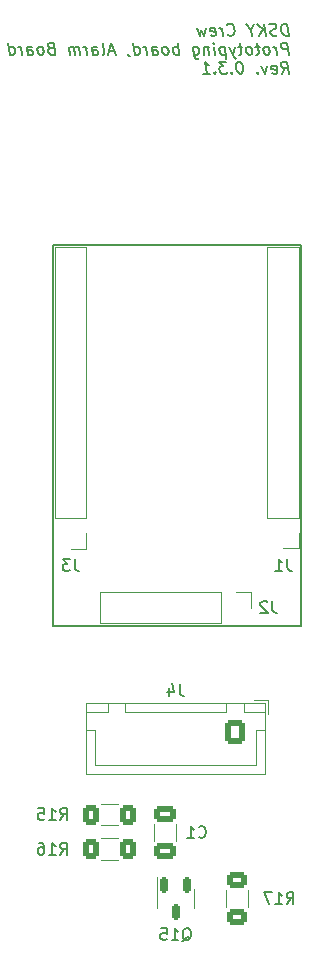
<source format=gbo>
G04 #@! TF.GenerationSoftware,KiCad,Pcbnew,7.0.10*
G04 #@! TF.CreationDate,2024-03-13T19:59:03-04:00*
G04 #@! TF.ProjectId,Alarm_lights,416c6172-6d5f-46c6-9967-6874732e6b69,1.0.1*
G04 #@! TF.SameCoordinates,Original*
G04 #@! TF.FileFunction,Legend,Bot*
G04 #@! TF.FilePolarity,Positive*
%FSLAX46Y46*%
G04 Gerber Fmt 4.6, Leading zero omitted, Abs format (unit mm)*
G04 Created by KiCad (PCBNEW 7.0.10) date 2024-03-13 19:59:03*
%MOMM*%
%LPD*%
G01*
G04 APERTURE LIST*
G04 Aperture macros list*
%AMRoundRect*
0 Rectangle with rounded corners*
0 $1 Rounding radius*
0 $2 $3 $4 $5 $6 $7 $8 $9 X,Y pos of 4 corners*
0 Add a 4 corners polygon primitive as box body*
4,1,4,$2,$3,$4,$5,$6,$7,$8,$9,$2,$3,0*
0 Add four circle primitives for the rounded corners*
1,1,$1+$1,$2,$3*
1,1,$1+$1,$4,$5*
1,1,$1+$1,$6,$7*
1,1,$1+$1,$8,$9*
0 Add four rect primitives between the rounded corners*
20,1,$1+$1,$2,$3,$4,$5,0*
20,1,$1+$1,$4,$5,$6,$7,0*
20,1,$1+$1,$6,$7,$8,$9,0*
20,1,$1+$1,$8,$9,$2,$3,0*%
G04 Aperture macros list end*
%ADD10C,0.150000*%
%ADD11C,0.120000*%
%ADD12RoundRect,0.250000X-0.400000X-0.625000X0.400000X-0.625000X0.400000X0.625000X-0.400000X0.625000X0*%
%ADD13R,1.700000X1.700000*%
%ADD14O,1.700000X1.700000*%
%ADD15RoundRect,0.150000X-0.150000X0.512500X-0.150000X-0.512500X0.150000X-0.512500X0.150000X0.512500X0*%
%ADD16RoundRect,0.250000X0.625000X-0.400000X0.625000X0.400000X-0.625000X0.400000X-0.625000X-0.400000X0*%
%ADD17RoundRect,0.250000X0.650000X-0.412500X0.650000X0.412500X-0.650000X0.412500X-0.650000X-0.412500X0*%
%ADD18RoundRect,0.250000X0.600000X0.725000X-0.600000X0.725000X-0.600000X-0.725000X0.600000X-0.725000X0*%
%ADD19O,1.700000X1.950000*%
%ADD20RoundRect,0.250000X0.400000X0.625000X-0.400000X0.625000X-0.400000X-0.625000X0.400000X-0.625000X0*%
G04 APERTURE END LIST*
D10*
X44718000Y-48827000D02*
X65718000Y-48827000D01*
X65718000Y-81027000D01*
X44718000Y-81027000D01*
X44718000Y-48827000D01*
X64693173Y-31066819D02*
X64568173Y-30066819D01*
X64568173Y-30066819D02*
X64330077Y-30066819D01*
X64330077Y-30066819D02*
X64193173Y-30114438D01*
X64193173Y-30114438D02*
X64109839Y-30209676D01*
X64109839Y-30209676D02*
X64074125Y-30304914D01*
X64074125Y-30304914D02*
X64050316Y-30495390D01*
X64050316Y-30495390D02*
X64068173Y-30638247D01*
X64068173Y-30638247D02*
X64139601Y-30828723D01*
X64139601Y-30828723D02*
X64199125Y-30923961D01*
X64199125Y-30923961D02*
X64306268Y-31019200D01*
X64306268Y-31019200D02*
X64455077Y-31066819D01*
X64455077Y-31066819D02*
X64693173Y-31066819D01*
X63734839Y-31019200D02*
X63597935Y-31066819D01*
X63597935Y-31066819D02*
X63359839Y-31066819D01*
X63359839Y-31066819D02*
X63258649Y-31019200D01*
X63258649Y-31019200D02*
X63205077Y-30971580D01*
X63205077Y-30971580D02*
X63145554Y-30876342D01*
X63145554Y-30876342D02*
X63133649Y-30781104D01*
X63133649Y-30781104D02*
X63169363Y-30685866D01*
X63169363Y-30685866D02*
X63211030Y-30638247D01*
X63211030Y-30638247D02*
X63300316Y-30590628D01*
X63300316Y-30590628D02*
X63484839Y-30543009D01*
X63484839Y-30543009D02*
X63574125Y-30495390D01*
X63574125Y-30495390D02*
X63615792Y-30447771D01*
X63615792Y-30447771D02*
X63651506Y-30352533D01*
X63651506Y-30352533D02*
X63639601Y-30257295D01*
X63639601Y-30257295D02*
X63580077Y-30162057D01*
X63580077Y-30162057D02*
X63526506Y-30114438D01*
X63526506Y-30114438D02*
X63425316Y-30066819D01*
X63425316Y-30066819D02*
X63187220Y-30066819D01*
X63187220Y-30066819D02*
X63050316Y-30114438D01*
X62740792Y-31066819D02*
X62615792Y-30066819D01*
X62169363Y-31066819D02*
X62526506Y-30495390D01*
X62044363Y-30066819D02*
X62687220Y-30638247D01*
X61490792Y-30590628D02*
X61550315Y-31066819D01*
X61758649Y-30066819D02*
X61490792Y-30590628D01*
X61490792Y-30590628D02*
X61091982Y-30066819D01*
X59538410Y-30971580D02*
X59591982Y-31019200D01*
X59591982Y-31019200D02*
X59740791Y-31066819D01*
X59740791Y-31066819D02*
X59836029Y-31066819D01*
X59836029Y-31066819D02*
X59972934Y-31019200D01*
X59972934Y-31019200D02*
X60056267Y-30923961D01*
X60056267Y-30923961D02*
X60091982Y-30828723D01*
X60091982Y-30828723D02*
X60115791Y-30638247D01*
X60115791Y-30638247D02*
X60097934Y-30495390D01*
X60097934Y-30495390D02*
X60026506Y-30304914D01*
X60026506Y-30304914D02*
X59966982Y-30209676D01*
X59966982Y-30209676D02*
X59859839Y-30114438D01*
X59859839Y-30114438D02*
X59711029Y-30066819D01*
X59711029Y-30066819D02*
X59615791Y-30066819D01*
X59615791Y-30066819D02*
X59478887Y-30114438D01*
X59478887Y-30114438D02*
X59437220Y-30162057D01*
X59121744Y-31066819D02*
X59038410Y-30400152D01*
X59062220Y-30590628D02*
X59002696Y-30495390D01*
X59002696Y-30495390D02*
X58949125Y-30447771D01*
X58949125Y-30447771D02*
X58847934Y-30400152D01*
X58847934Y-30400152D02*
X58752696Y-30400152D01*
X58115791Y-31019200D02*
X58216981Y-31066819D01*
X58216981Y-31066819D02*
X58407458Y-31066819D01*
X58407458Y-31066819D02*
X58496743Y-31019200D01*
X58496743Y-31019200D02*
X58532458Y-30923961D01*
X58532458Y-30923961D02*
X58484839Y-30543009D01*
X58484839Y-30543009D02*
X58425315Y-30447771D01*
X58425315Y-30447771D02*
X58324124Y-30400152D01*
X58324124Y-30400152D02*
X58133648Y-30400152D01*
X58133648Y-30400152D02*
X58044362Y-30447771D01*
X58044362Y-30447771D02*
X58008648Y-30543009D01*
X58008648Y-30543009D02*
X58020553Y-30638247D01*
X58020553Y-30638247D02*
X58508648Y-30733485D01*
X57657457Y-30400152D02*
X57550315Y-31066819D01*
X57550315Y-31066819D02*
X57300315Y-30590628D01*
X57300315Y-30590628D02*
X57169362Y-31066819D01*
X57169362Y-31066819D02*
X56895553Y-30400152D01*
X64693173Y-32676819D02*
X64568173Y-31676819D01*
X64568173Y-31676819D02*
X64187220Y-31676819D01*
X64187220Y-31676819D02*
X64097935Y-31724438D01*
X64097935Y-31724438D02*
X64056268Y-31772057D01*
X64056268Y-31772057D02*
X64020554Y-31867295D01*
X64020554Y-31867295D02*
X64038411Y-32010152D01*
X64038411Y-32010152D02*
X64097935Y-32105390D01*
X64097935Y-32105390D02*
X64151506Y-32153009D01*
X64151506Y-32153009D02*
X64252696Y-32200628D01*
X64252696Y-32200628D02*
X64633649Y-32200628D01*
X63693173Y-32676819D02*
X63609839Y-32010152D01*
X63633649Y-32200628D02*
X63574125Y-32105390D01*
X63574125Y-32105390D02*
X63520554Y-32057771D01*
X63520554Y-32057771D02*
X63419363Y-32010152D01*
X63419363Y-32010152D02*
X63324125Y-32010152D01*
X62931268Y-32676819D02*
X63020553Y-32629200D01*
X63020553Y-32629200D02*
X63062220Y-32581580D01*
X63062220Y-32581580D02*
X63097934Y-32486342D01*
X63097934Y-32486342D02*
X63062220Y-32200628D01*
X63062220Y-32200628D02*
X63002696Y-32105390D01*
X63002696Y-32105390D02*
X62949125Y-32057771D01*
X62949125Y-32057771D02*
X62847934Y-32010152D01*
X62847934Y-32010152D02*
X62705077Y-32010152D01*
X62705077Y-32010152D02*
X62615791Y-32057771D01*
X62615791Y-32057771D02*
X62574125Y-32105390D01*
X62574125Y-32105390D02*
X62538410Y-32200628D01*
X62538410Y-32200628D02*
X62574125Y-32486342D01*
X62574125Y-32486342D02*
X62633648Y-32581580D01*
X62633648Y-32581580D02*
X62687220Y-32629200D01*
X62687220Y-32629200D02*
X62788410Y-32676819D01*
X62788410Y-32676819D02*
X62931268Y-32676819D01*
X62228886Y-32010152D02*
X61847934Y-32010152D01*
X62044363Y-31676819D02*
X62151506Y-32533961D01*
X62151506Y-32533961D02*
X62115791Y-32629200D01*
X62115791Y-32629200D02*
X62026506Y-32676819D01*
X62026506Y-32676819D02*
X61931267Y-32676819D01*
X61455077Y-32676819D02*
X61544362Y-32629200D01*
X61544362Y-32629200D02*
X61586029Y-32581580D01*
X61586029Y-32581580D02*
X61621743Y-32486342D01*
X61621743Y-32486342D02*
X61586029Y-32200628D01*
X61586029Y-32200628D02*
X61526505Y-32105390D01*
X61526505Y-32105390D02*
X61472934Y-32057771D01*
X61472934Y-32057771D02*
X61371743Y-32010152D01*
X61371743Y-32010152D02*
X61228886Y-32010152D01*
X61228886Y-32010152D02*
X61139600Y-32057771D01*
X61139600Y-32057771D02*
X61097934Y-32105390D01*
X61097934Y-32105390D02*
X61062219Y-32200628D01*
X61062219Y-32200628D02*
X61097934Y-32486342D01*
X61097934Y-32486342D02*
X61157457Y-32581580D01*
X61157457Y-32581580D02*
X61211029Y-32629200D01*
X61211029Y-32629200D02*
X61312219Y-32676819D01*
X61312219Y-32676819D02*
X61455077Y-32676819D01*
X60752695Y-32010152D02*
X60371743Y-32010152D01*
X60568172Y-31676819D02*
X60675315Y-32533961D01*
X60675315Y-32533961D02*
X60639600Y-32629200D01*
X60639600Y-32629200D02*
X60550315Y-32676819D01*
X60550315Y-32676819D02*
X60455076Y-32676819D01*
X60133647Y-32010152D02*
X59978886Y-32676819D01*
X59657457Y-32010152D02*
X59978886Y-32676819D01*
X59978886Y-32676819D02*
X60103886Y-32914914D01*
X60103886Y-32914914D02*
X60157457Y-32962533D01*
X60157457Y-32962533D02*
X60258647Y-33010152D01*
X59276504Y-32010152D02*
X59401504Y-33010152D01*
X59282457Y-32057771D02*
X59181266Y-32010152D01*
X59181266Y-32010152D02*
X58990790Y-32010152D01*
X58990790Y-32010152D02*
X58901504Y-32057771D01*
X58901504Y-32057771D02*
X58859838Y-32105390D01*
X58859838Y-32105390D02*
X58824123Y-32200628D01*
X58824123Y-32200628D02*
X58859838Y-32486342D01*
X58859838Y-32486342D02*
X58919361Y-32581580D01*
X58919361Y-32581580D02*
X58972933Y-32629200D01*
X58972933Y-32629200D02*
X59074123Y-32676819D01*
X59074123Y-32676819D02*
X59264600Y-32676819D01*
X59264600Y-32676819D02*
X59353885Y-32629200D01*
X58455076Y-32676819D02*
X58371742Y-32010152D01*
X58330076Y-31676819D02*
X58383647Y-31724438D01*
X58383647Y-31724438D02*
X58341980Y-31772057D01*
X58341980Y-31772057D02*
X58288409Y-31724438D01*
X58288409Y-31724438D02*
X58330076Y-31676819D01*
X58330076Y-31676819D02*
X58341980Y-31772057D01*
X57895552Y-32010152D02*
X57978886Y-32676819D01*
X57907457Y-32105390D02*
X57853886Y-32057771D01*
X57853886Y-32057771D02*
X57752695Y-32010152D01*
X57752695Y-32010152D02*
X57609838Y-32010152D01*
X57609838Y-32010152D02*
X57520552Y-32057771D01*
X57520552Y-32057771D02*
X57484838Y-32153009D01*
X57484838Y-32153009D02*
X57550314Y-32676819D01*
X56562219Y-32010152D02*
X56663409Y-32819676D01*
X56663409Y-32819676D02*
X56722933Y-32914914D01*
X56722933Y-32914914D02*
X56776505Y-32962533D01*
X56776505Y-32962533D02*
X56877695Y-33010152D01*
X56877695Y-33010152D02*
X57020552Y-33010152D01*
X57020552Y-33010152D02*
X57109838Y-32962533D01*
X56639600Y-32629200D02*
X56740790Y-32676819D01*
X56740790Y-32676819D02*
X56931267Y-32676819D01*
X56931267Y-32676819D02*
X57020552Y-32629200D01*
X57020552Y-32629200D02*
X57062219Y-32581580D01*
X57062219Y-32581580D02*
X57097933Y-32486342D01*
X57097933Y-32486342D02*
X57062219Y-32200628D01*
X57062219Y-32200628D02*
X57002695Y-32105390D01*
X57002695Y-32105390D02*
X56949124Y-32057771D01*
X56949124Y-32057771D02*
X56847933Y-32010152D01*
X56847933Y-32010152D02*
X56657457Y-32010152D01*
X56657457Y-32010152D02*
X56568171Y-32057771D01*
X55407457Y-32676819D02*
X55282457Y-31676819D01*
X55330076Y-32057771D02*
X55228885Y-32010152D01*
X55228885Y-32010152D02*
X55038409Y-32010152D01*
X55038409Y-32010152D02*
X54949123Y-32057771D01*
X54949123Y-32057771D02*
X54907457Y-32105390D01*
X54907457Y-32105390D02*
X54871742Y-32200628D01*
X54871742Y-32200628D02*
X54907457Y-32486342D01*
X54907457Y-32486342D02*
X54966980Y-32581580D01*
X54966980Y-32581580D02*
X55020552Y-32629200D01*
X55020552Y-32629200D02*
X55121742Y-32676819D01*
X55121742Y-32676819D02*
X55312219Y-32676819D01*
X55312219Y-32676819D02*
X55401504Y-32629200D01*
X54359838Y-32676819D02*
X54449123Y-32629200D01*
X54449123Y-32629200D02*
X54490790Y-32581580D01*
X54490790Y-32581580D02*
X54526504Y-32486342D01*
X54526504Y-32486342D02*
X54490790Y-32200628D01*
X54490790Y-32200628D02*
X54431266Y-32105390D01*
X54431266Y-32105390D02*
X54377695Y-32057771D01*
X54377695Y-32057771D02*
X54276504Y-32010152D01*
X54276504Y-32010152D02*
X54133647Y-32010152D01*
X54133647Y-32010152D02*
X54044361Y-32057771D01*
X54044361Y-32057771D02*
X54002695Y-32105390D01*
X54002695Y-32105390D02*
X53966980Y-32200628D01*
X53966980Y-32200628D02*
X54002695Y-32486342D01*
X54002695Y-32486342D02*
X54062218Y-32581580D01*
X54062218Y-32581580D02*
X54115790Y-32629200D01*
X54115790Y-32629200D02*
X54216980Y-32676819D01*
X54216980Y-32676819D02*
X54359838Y-32676819D01*
X53169361Y-32676819D02*
X53103885Y-32153009D01*
X53103885Y-32153009D02*
X53139599Y-32057771D01*
X53139599Y-32057771D02*
X53228885Y-32010152D01*
X53228885Y-32010152D02*
X53419361Y-32010152D01*
X53419361Y-32010152D02*
X53520552Y-32057771D01*
X53163409Y-32629200D02*
X53264599Y-32676819D01*
X53264599Y-32676819D02*
X53502695Y-32676819D01*
X53502695Y-32676819D02*
X53591980Y-32629200D01*
X53591980Y-32629200D02*
X53627695Y-32533961D01*
X53627695Y-32533961D02*
X53615790Y-32438723D01*
X53615790Y-32438723D02*
X53556266Y-32343485D01*
X53556266Y-32343485D02*
X53455076Y-32295866D01*
X53455076Y-32295866D02*
X53216980Y-32295866D01*
X53216980Y-32295866D02*
X53115790Y-32248247D01*
X52693171Y-32676819D02*
X52609837Y-32010152D01*
X52633647Y-32200628D02*
X52574123Y-32105390D01*
X52574123Y-32105390D02*
X52520552Y-32057771D01*
X52520552Y-32057771D02*
X52419361Y-32010152D01*
X52419361Y-32010152D02*
X52324123Y-32010152D01*
X51645551Y-32676819D02*
X51520551Y-31676819D01*
X51639599Y-32629200D02*
X51740789Y-32676819D01*
X51740789Y-32676819D02*
X51931266Y-32676819D01*
X51931266Y-32676819D02*
X52020551Y-32629200D01*
X52020551Y-32629200D02*
X52062218Y-32581580D01*
X52062218Y-32581580D02*
X52097932Y-32486342D01*
X52097932Y-32486342D02*
X52062218Y-32200628D01*
X52062218Y-32200628D02*
X52002694Y-32105390D01*
X52002694Y-32105390D02*
X51949123Y-32057771D01*
X51949123Y-32057771D02*
X51847932Y-32010152D01*
X51847932Y-32010152D02*
X51657456Y-32010152D01*
X51657456Y-32010152D02*
X51568170Y-32057771D01*
X51115789Y-32629200D02*
X51121742Y-32676819D01*
X51121742Y-32676819D02*
X51181265Y-32772057D01*
X51181265Y-32772057D02*
X51234837Y-32819676D01*
X49943170Y-32391104D02*
X49466980Y-32391104D01*
X50074123Y-32676819D02*
X49615789Y-31676819D01*
X49615789Y-31676819D02*
X49407456Y-32676819D01*
X48931266Y-32676819D02*
X49020551Y-32629200D01*
X49020551Y-32629200D02*
X49056266Y-32533961D01*
X49056266Y-32533961D02*
X48949123Y-31676819D01*
X48121741Y-32676819D02*
X48056265Y-32153009D01*
X48056265Y-32153009D02*
X48091979Y-32057771D01*
X48091979Y-32057771D02*
X48181265Y-32010152D01*
X48181265Y-32010152D02*
X48371741Y-32010152D01*
X48371741Y-32010152D02*
X48472932Y-32057771D01*
X48115789Y-32629200D02*
X48216979Y-32676819D01*
X48216979Y-32676819D02*
X48455075Y-32676819D01*
X48455075Y-32676819D02*
X48544360Y-32629200D01*
X48544360Y-32629200D02*
X48580075Y-32533961D01*
X48580075Y-32533961D02*
X48568170Y-32438723D01*
X48568170Y-32438723D02*
X48508646Y-32343485D01*
X48508646Y-32343485D02*
X48407456Y-32295866D01*
X48407456Y-32295866D02*
X48169360Y-32295866D01*
X48169360Y-32295866D02*
X48068170Y-32248247D01*
X47645551Y-32676819D02*
X47562217Y-32010152D01*
X47586027Y-32200628D02*
X47526503Y-32105390D01*
X47526503Y-32105390D02*
X47472932Y-32057771D01*
X47472932Y-32057771D02*
X47371741Y-32010152D01*
X47371741Y-32010152D02*
X47276503Y-32010152D01*
X47026503Y-32676819D02*
X46943169Y-32010152D01*
X46955074Y-32105390D02*
X46901503Y-32057771D01*
X46901503Y-32057771D02*
X46800312Y-32010152D01*
X46800312Y-32010152D02*
X46657455Y-32010152D01*
X46657455Y-32010152D02*
X46568169Y-32057771D01*
X46568169Y-32057771D02*
X46532455Y-32153009D01*
X46532455Y-32153009D02*
X46597931Y-32676819D01*
X46532455Y-32153009D02*
X46472931Y-32057771D01*
X46472931Y-32057771D02*
X46371741Y-32010152D01*
X46371741Y-32010152D02*
X46228884Y-32010152D01*
X46228884Y-32010152D02*
X46139598Y-32057771D01*
X46139598Y-32057771D02*
X46103884Y-32153009D01*
X46103884Y-32153009D02*
X46169360Y-32676819D01*
X44532455Y-32153009D02*
X44395550Y-32200628D01*
X44395550Y-32200628D02*
X44353884Y-32248247D01*
X44353884Y-32248247D02*
X44318169Y-32343485D01*
X44318169Y-32343485D02*
X44336027Y-32486342D01*
X44336027Y-32486342D02*
X44395550Y-32581580D01*
X44395550Y-32581580D02*
X44449122Y-32629200D01*
X44449122Y-32629200D02*
X44550312Y-32676819D01*
X44550312Y-32676819D02*
X44931265Y-32676819D01*
X44931265Y-32676819D02*
X44806265Y-31676819D01*
X44806265Y-31676819D02*
X44472931Y-31676819D01*
X44472931Y-31676819D02*
X44383646Y-31724438D01*
X44383646Y-31724438D02*
X44341979Y-31772057D01*
X44341979Y-31772057D02*
X44306265Y-31867295D01*
X44306265Y-31867295D02*
X44318169Y-31962533D01*
X44318169Y-31962533D02*
X44377693Y-32057771D01*
X44377693Y-32057771D02*
X44431265Y-32105390D01*
X44431265Y-32105390D02*
X44532455Y-32153009D01*
X44532455Y-32153009D02*
X44865788Y-32153009D01*
X43788408Y-32676819D02*
X43877693Y-32629200D01*
X43877693Y-32629200D02*
X43919360Y-32581580D01*
X43919360Y-32581580D02*
X43955074Y-32486342D01*
X43955074Y-32486342D02*
X43919360Y-32200628D01*
X43919360Y-32200628D02*
X43859836Y-32105390D01*
X43859836Y-32105390D02*
X43806265Y-32057771D01*
X43806265Y-32057771D02*
X43705074Y-32010152D01*
X43705074Y-32010152D02*
X43562217Y-32010152D01*
X43562217Y-32010152D02*
X43472931Y-32057771D01*
X43472931Y-32057771D02*
X43431265Y-32105390D01*
X43431265Y-32105390D02*
X43395550Y-32200628D01*
X43395550Y-32200628D02*
X43431265Y-32486342D01*
X43431265Y-32486342D02*
X43490788Y-32581580D01*
X43490788Y-32581580D02*
X43544360Y-32629200D01*
X43544360Y-32629200D02*
X43645550Y-32676819D01*
X43645550Y-32676819D02*
X43788408Y-32676819D01*
X42597931Y-32676819D02*
X42532455Y-32153009D01*
X42532455Y-32153009D02*
X42568169Y-32057771D01*
X42568169Y-32057771D02*
X42657455Y-32010152D01*
X42657455Y-32010152D02*
X42847931Y-32010152D01*
X42847931Y-32010152D02*
X42949122Y-32057771D01*
X42591979Y-32629200D02*
X42693169Y-32676819D01*
X42693169Y-32676819D02*
X42931265Y-32676819D01*
X42931265Y-32676819D02*
X43020550Y-32629200D01*
X43020550Y-32629200D02*
X43056265Y-32533961D01*
X43056265Y-32533961D02*
X43044360Y-32438723D01*
X43044360Y-32438723D02*
X42984836Y-32343485D01*
X42984836Y-32343485D02*
X42883646Y-32295866D01*
X42883646Y-32295866D02*
X42645550Y-32295866D01*
X42645550Y-32295866D02*
X42544360Y-32248247D01*
X42121741Y-32676819D02*
X42038407Y-32010152D01*
X42062217Y-32200628D02*
X42002693Y-32105390D01*
X42002693Y-32105390D02*
X41949122Y-32057771D01*
X41949122Y-32057771D02*
X41847931Y-32010152D01*
X41847931Y-32010152D02*
X41752693Y-32010152D01*
X41074121Y-32676819D02*
X40949121Y-31676819D01*
X41068169Y-32629200D02*
X41169359Y-32676819D01*
X41169359Y-32676819D02*
X41359836Y-32676819D01*
X41359836Y-32676819D02*
X41449121Y-32629200D01*
X41449121Y-32629200D02*
X41490788Y-32581580D01*
X41490788Y-32581580D02*
X41526502Y-32486342D01*
X41526502Y-32486342D02*
X41490788Y-32200628D01*
X41490788Y-32200628D02*
X41431264Y-32105390D01*
X41431264Y-32105390D02*
X41377693Y-32057771D01*
X41377693Y-32057771D02*
X41276502Y-32010152D01*
X41276502Y-32010152D02*
X41086026Y-32010152D01*
X41086026Y-32010152D02*
X40996740Y-32057771D01*
X64121744Y-34286819D02*
X64395554Y-33810628D01*
X64693173Y-34286819D02*
X64568173Y-33286819D01*
X64568173Y-33286819D02*
X64187220Y-33286819D01*
X64187220Y-33286819D02*
X64097935Y-33334438D01*
X64097935Y-33334438D02*
X64056268Y-33382057D01*
X64056268Y-33382057D02*
X64020554Y-33477295D01*
X64020554Y-33477295D02*
X64038411Y-33620152D01*
X64038411Y-33620152D02*
X64097935Y-33715390D01*
X64097935Y-33715390D02*
X64151506Y-33763009D01*
X64151506Y-33763009D02*
X64252696Y-33810628D01*
X64252696Y-33810628D02*
X64633649Y-33810628D01*
X63306268Y-34239200D02*
X63407458Y-34286819D01*
X63407458Y-34286819D02*
X63597935Y-34286819D01*
X63597935Y-34286819D02*
X63687220Y-34239200D01*
X63687220Y-34239200D02*
X63722935Y-34143961D01*
X63722935Y-34143961D02*
X63675316Y-33763009D01*
X63675316Y-33763009D02*
X63615792Y-33667771D01*
X63615792Y-33667771D02*
X63514601Y-33620152D01*
X63514601Y-33620152D02*
X63324125Y-33620152D01*
X63324125Y-33620152D02*
X63234839Y-33667771D01*
X63234839Y-33667771D02*
X63199125Y-33763009D01*
X63199125Y-33763009D02*
X63211030Y-33858247D01*
X63211030Y-33858247D02*
X63699125Y-33953485D01*
X62847934Y-33620152D02*
X62693173Y-34286819D01*
X62693173Y-34286819D02*
X62371744Y-33620152D01*
X62062220Y-34191580D02*
X62020553Y-34239200D01*
X62020553Y-34239200D02*
X62074125Y-34286819D01*
X62074125Y-34286819D02*
X62115791Y-34239200D01*
X62115791Y-34239200D02*
X62062220Y-34191580D01*
X62062220Y-34191580D02*
X62074125Y-34286819D01*
X60520553Y-33286819D02*
X60425315Y-33286819D01*
X60425315Y-33286819D02*
X60336030Y-33334438D01*
X60336030Y-33334438D02*
X60294363Y-33382057D01*
X60294363Y-33382057D02*
X60258649Y-33477295D01*
X60258649Y-33477295D02*
X60234839Y-33667771D01*
X60234839Y-33667771D02*
X60264601Y-33905866D01*
X60264601Y-33905866D02*
X60336030Y-34096342D01*
X60336030Y-34096342D02*
X60395553Y-34191580D01*
X60395553Y-34191580D02*
X60449125Y-34239200D01*
X60449125Y-34239200D02*
X60550315Y-34286819D01*
X60550315Y-34286819D02*
X60645553Y-34286819D01*
X60645553Y-34286819D02*
X60734839Y-34239200D01*
X60734839Y-34239200D02*
X60776506Y-34191580D01*
X60776506Y-34191580D02*
X60812220Y-34096342D01*
X60812220Y-34096342D02*
X60836030Y-33905866D01*
X60836030Y-33905866D02*
X60806268Y-33667771D01*
X60806268Y-33667771D02*
X60734839Y-33477295D01*
X60734839Y-33477295D02*
X60675315Y-33382057D01*
X60675315Y-33382057D02*
X60621744Y-33334438D01*
X60621744Y-33334438D02*
X60520553Y-33286819D01*
X59871744Y-34191580D02*
X59830077Y-34239200D01*
X59830077Y-34239200D02*
X59883649Y-34286819D01*
X59883649Y-34286819D02*
X59925315Y-34239200D01*
X59925315Y-34239200D02*
X59871744Y-34191580D01*
X59871744Y-34191580D02*
X59883649Y-34286819D01*
X59377697Y-33286819D02*
X58758649Y-33286819D01*
X58758649Y-33286819D02*
X59139602Y-33667771D01*
X59139602Y-33667771D02*
X58996744Y-33667771D01*
X58996744Y-33667771D02*
X58907459Y-33715390D01*
X58907459Y-33715390D02*
X58865792Y-33763009D01*
X58865792Y-33763009D02*
X58830078Y-33858247D01*
X58830078Y-33858247D02*
X58859840Y-34096342D01*
X58859840Y-34096342D02*
X58919363Y-34191580D01*
X58919363Y-34191580D02*
X58972935Y-34239200D01*
X58972935Y-34239200D02*
X59074125Y-34286819D01*
X59074125Y-34286819D02*
X59359840Y-34286819D01*
X59359840Y-34286819D02*
X59449125Y-34239200D01*
X59449125Y-34239200D02*
X59490792Y-34191580D01*
X58443173Y-34191580D02*
X58401506Y-34239200D01*
X58401506Y-34239200D02*
X58455078Y-34286819D01*
X58455078Y-34286819D02*
X58496744Y-34239200D01*
X58496744Y-34239200D02*
X58443173Y-34191580D01*
X58443173Y-34191580D02*
X58455078Y-34286819D01*
X57455078Y-34286819D02*
X58026507Y-34286819D01*
X57740792Y-34286819D02*
X57615792Y-33286819D01*
X57615792Y-33286819D02*
X57728888Y-33429676D01*
X57728888Y-33429676D02*
X57836031Y-33524914D01*
X57836031Y-33524914D02*
X57937221Y-33572533D01*
X45346857Y-100403819D02*
X45680190Y-99927628D01*
X45918285Y-100403819D02*
X45918285Y-99403819D01*
X45918285Y-99403819D02*
X45537333Y-99403819D01*
X45537333Y-99403819D02*
X45442095Y-99451438D01*
X45442095Y-99451438D02*
X45394476Y-99499057D01*
X45394476Y-99499057D02*
X45346857Y-99594295D01*
X45346857Y-99594295D02*
X45346857Y-99737152D01*
X45346857Y-99737152D02*
X45394476Y-99832390D01*
X45394476Y-99832390D02*
X45442095Y-99880009D01*
X45442095Y-99880009D02*
X45537333Y-99927628D01*
X45537333Y-99927628D02*
X45918285Y-99927628D01*
X44394476Y-100403819D02*
X44965904Y-100403819D01*
X44680190Y-100403819D02*
X44680190Y-99403819D01*
X44680190Y-99403819D02*
X44775428Y-99546676D01*
X44775428Y-99546676D02*
X44870666Y-99641914D01*
X44870666Y-99641914D02*
X44965904Y-99689533D01*
X43537333Y-99403819D02*
X43727809Y-99403819D01*
X43727809Y-99403819D02*
X43823047Y-99451438D01*
X43823047Y-99451438D02*
X43870666Y-99499057D01*
X43870666Y-99499057D02*
X43965904Y-99641914D01*
X43965904Y-99641914D02*
X44013523Y-99832390D01*
X44013523Y-99832390D02*
X44013523Y-100213342D01*
X44013523Y-100213342D02*
X43965904Y-100308580D01*
X43965904Y-100308580D02*
X43918285Y-100356200D01*
X43918285Y-100356200D02*
X43823047Y-100403819D01*
X43823047Y-100403819D02*
X43632571Y-100403819D01*
X43632571Y-100403819D02*
X43537333Y-100356200D01*
X43537333Y-100356200D02*
X43489714Y-100308580D01*
X43489714Y-100308580D02*
X43442095Y-100213342D01*
X43442095Y-100213342D02*
X43442095Y-99975247D01*
X43442095Y-99975247D02*
X43489714Y-99880009D01*
X43489714Y-99880009D02*
X43537333Y-99832390D01*
X43537333Y-99832390D02*
X43632571Y-99784771D01*
X43632571Y-99784771D02*
X43823047Y-99784771D01*
X43823047Y-99784771D02*
X43918285Y-99832390D01*
X43918285Y-99832390D02*
X43965904Y-99880009D01*
X43965904Y-99880009D02*
X44013523Y-99975247D01*
X63301333Y-78956819D02*
X63301333Y-79671104D01*
X63301333Y-79671104D02*
X63348952Y-79813961D01*
X63348952Y-79813961D02*
X63444190Y-79909200D01*
X63444190Y-79909200D02*
X63587047Y-79956819D01*
X63587047Y-79956819D02*
X63682285Y-79956819D01*
X62872761Y-79052057D02*
X62825142Y-79004438D01*
X62825142Y-79004438D02*
X62729904Y-78956819D01*
X62729904Y-78956819D02*
X62491809Y-78956819D01*
X62491809Y-78956819D02*
X62396571Y-79004438D01*
X62396571Y-79004438D02*
X62348952Y-79052057D01*
X62348952Y-79052057D02*
X62301333Y-79147295D01*
X62301333Y-79147295D02*
X62301333Y-79242533D01*
X62301333Y-79242533D02*
X62348952Y-79385390D01*
X62348952Y-79385390D02*
X62920380Y-79956819D01*
X62920380Y-79956819D02*
X62301333Y-79956819D01*
X55689428Y-107738057D02*
X55784666Y-107690438D01*
X55784666Y-107690438D02*
X55879904Y-107595200D01*
X55879904Y-107595200D02*
X56022761Y-107452342D01*
X56022761Y-107452342D02*
X56117999Y-107404723D01*
X56117999Y-107404723D02*
X56213237Y-107404723D01*
X56165618Y-107642819D02*
X56260856Y-107595200D01*
X56260856Y-107595200D02*
X56356094Y-107499961D01*
X56356094Y-107499961D02*
X56403713Y-107309485D01*
X56403713Y-107309485D02*
X56403713Y-106976152D01*
X56403713Y-106976152D02*
X56356094Y-106785676D01*
X56356094Y-106785676D02*
X56260856Y-106690438D01*
X56260856Y-106690438D02*
X56165618Y-106642819D01*
X56165618Y-106642819D02*
X55975142Y-106642819D01*
X55975142Y-106642819D02*
X55879904Y-106690438D01*
X55879904Y-106690438D02*
X55784666Y-106785676D01*
X55784666Y-106785676D02*
X55737047Y-106976152D01*
X55737047Y-106976152D02*
X55737047Y-107309485D01*
X55737047Y-107309485D02*
X55784666Y-107499961D01*
X55784666Y-107499961D02*
X55879904Y-107595200D01*
X55879904Y-107595200D02*
X55975142Y-107642819D01*
X55975142Y-107642819D02*
X56165618Y-107642819D01*
X54784666Y-107642819D02*
X55356094Y-107642819D01*
X55070380Y-107642819D02*
X55070380Y-106642819D01*
X55070380Y-106642819D02*
X55165618Y-106785676D01*
X55165618Y-106785676D02*
X55260856Y-106880914D01*
X55260856Y-106880914D02*
X55356094Y-106928533D01*
X53879904Y-106642819D02*
X54356094Y-106642819D01*
X54356094Y-106642819D02*
X54403713Y-107119009D01*
X54403713Y-107119009D02*
X54356094Y-107071390D01*
X54356094Y-107071390D02*
X54260856Y-107023771D01*
X54260856Y-107023771D02*
X54022761Y-107023771D01*
X54022761Y-107023771D02*
X53927523Y-107071390D01*
X53927523Y-107071390D02*
X53879904Y-107119009D01*
X53879904Y-107119009D02*
X53832285Y-107214247D01*
X53832285Y-107214247D02*
X53832285Y-107452342D01*
X53832285Y-107452342D02*
X53879904Y-107547580D01*
X53879904Y-107547580D02*
X53927523Y-107595200D01*
X53927523Y-107595200D02*
X54022761Y-107642819D01*
X54022761Y-107642819D02*
X54260856Y-107642819D01*
X54260856Y-107642819D02*
X54356094Y-107595200D01*
X54356094Y-107595200D02*
X54403713Y-107547580D01*
X64523857Y-104594819D02*
X64857190Y-104118628D01*
X65095285Y-104594819D02*
X65095285Y-103594819D01*
X65095285Y-103594819D02*
X64714333Y-103594819D01*
X64714333Y-103594819D02*
X64619095Y-103642438D01*
X64619095Y-103642438D02*
X64571476Y-103690057D01*
X64571476Y-103690057D02*
X64523857Y-103785295D01*
X64523857Y-103785295D02*
X64523857Y-103928152D01*
X64523857Y-103928152D02*
X64571476Y-104023390D01*
X64571476Y-104023390D02*
X64619095Y-104071009D01*
X64619095Y-104071009D02*
X64714333Y-104118628D01*
X64714333Y-104118628D02*
X65095285Y-104118628D01*
X63571476Y-104594819D02*
X64142904Y-104594819D01*
X63857190Y-104594819D02*
X63857190Y-103594819D01*
X63857190Y-103594819D02*
X63952428Y-103737676D01*
X63952428Y-103737676D02*
X64047666Y-103832914D01*
X64047666Y-103832914D02*
X64142904Y-103880533D01*
X63238142Y-103594819D02*
X62571476Y-103594819D01*
X62571476Y-103594819D02*
X63000047Y-104594819D01*
X46571333Y-75401819D02*
X46571333Y-76116104D01*
X46571333Y-76116104D02*
X46618952Y-76258961D01*
X46618952Y-76258961D02*
X46714190Y-76354200D01*
X46714190Y-76354200D02*
X46857047Y-76401819D01*
X46857047Y-76401819D02*
X46952285Y-76401819D01*
X46190380Y-75401819D02*
X45571333Y-75401819D01*
X45571333Y-75401819D02*
X45904666Y-75782771D01*
X45904666Y-75782771D02*
X45761809Y-75782771D01*
X45761809Y-75782771D02*
X45666571Y-75830390D01*
X45666571Y-75830390D02*
X45618952Y-75878009D01*
X45618952Y-75878009D02*
X45571333Y-75973247D01*
X45571333Y-75973247D02*
X45571333Y-76211342D01*
X45571333Y-76211342D02*
X45618952Y-76306580D01*
X45618952Y-76306580D02*
X45666571Y-76354200D01*
X45666571Y-76354200D02*
X45761809Y-76401819D01*
X45761809Y-76401819D02*
X46047523Y-76401819D01*
X46047523Y-76401819D02*
X46142761Y-76354200D01*
X46142761Y-76354200D02*
X46190380Y-76306580D01*
X57062666Y-98911580D02*
X57110285Y-98959200D01*
X57110285Y-98959200D02*
X57253142Y-99006819D01*
X57253142Y-99006819D02*
X57348380Y-99006819D01*
X57348380Y-99006819D02*
X57491237Y-98959200D01*
X57491237Y-98959200D02*
X57586475Y-98863961D01*
X57586475Y-98863961D02*
X57634094Y-98768723D01*
X57634094Y-98768723D02*
X57681713Y-98578247D01*
X57681713Y-98578247D02*
X57681713Y-98435390D01*
X57681713Y-98435390D02*
X57634094Y-98244914D01*
X57634094Y-98244914D02*
X57586475Y-98149676D01*
X57586475Y-98149676D02*
X57491237Y-98054438D01*
X57491237Y-98054438D02*
X57348380Y-98006819D01*
X57348380Y-98006819D02*
X57253142Y-98006819D01*
X57253142Y-98006819D02*
X57110285Y-98054438D01*
X57110285Y-98054438D02*
X57062666Y-98102057D01*
X56110285Y-99006819D02*
X56681713Y-99006819D01*
X56395999Y-99006819D02*
X56395999Y-98006819D01*
X56395999Y-98006819D02*
X56491237Y-98149676D01*
X56491237Y-98149676D02*
X56586475Y-98244914D01*
X56586475Y-98244914D02*
X56681713Y-98292533D01*
X55451333Y-85947819D02*
X55451333Y-86662104D01*
X55451333Y-86662104D02*
X55498952Y-86804961D01*
X55498952Y-86804961D02*
X55594190Y-86900200D01*
X55594190Y-86900200D02*
X55737047Y-86947819D01*
X55737047Y-86947819D02*
X55832285Y-86947819D01*
X54546571Y-86281152D02*
X54546571Y-86947819D01*
X54784666Y-85900200D02*
X55022761Y-86614485D01*
X55022761Y-86614485D02*
X54403714Y-86614485D01*
X64551333Y-75381819D02*
X64551333Y-76096104D01*
X64551333Y-76096104D02*
X64598952Y-76238961D01*
X64598952Y-76238961D02*
X64694190Y-76334200D01*
X64694190Y-76334200D02*
X64837047Y-76381819D01*
X64837047Y-76381819D02*
X64932285Y-76381819D01*
X63551333Y-76381819D02*
X64122761Y-76381819D01*
X63837047Y-76381819D02*
X63837047Y-75381819D01*
X63837047Y-75381819D02*
X63932285Y-75524676D01*
X63932285Y-75524676D02*
X64027523Y-75619914D01*
X64027523Y-75619914D02*
X64122761Y-75667533D01*
X45346857Y-97482819D02*
X45680190Y-97006628D01*
X45918285Y-97482819D02*
X45918285Y-96482819D01*
X45918285Y-96482819D02*
X45537333Y-96482819D01*
X45537333Y-96482819D02*
X45442095Y-96530438D01*
X45442095Y-96530438D02*
X45394476Y-96578057D01*
X45394476Y-96578057D02*
X45346857Y-96673295D01*
X45346857Y-96673295D02*
X45346857Y-96816152D01*
X45346857Y-96816152D02*
X45394476Y-96911390D01*
X45394476Y-96911390D02*
X45442095Y-96959009D01*
X45442095Y-96959009D02*
X45537333Y-97006628D01*
X45537333Y-97006628D02*
X45918285Y-97006628D01*
X44394476Y-97482819D02*
X44965904Y-97482819D01*
X44680190Y-97482819D02*
X44680190Y-96482819D01*
X44680190Y-96482819D02*
X44775428Y-96625676D01*
X44775428Y-96625676D02*
X44870666Y-96720914D01*
X44870666Y-96720914D02*
X44965904Y-96768533D01*
X43489714Y-96482819D02*
X43965904Y-96482819D01*
X43965904Y-96482819D02*
X44013523Y-96959009D01*
X44013523Y-96959009D02*
X43965904Y-96911390D01*
X43965904Y-96911390D02*
X43870666Y-96863771D01*
X43870666Y-96863771D02*
X43632571Y-96863771D01*
X43632571Y-96863771D02*
X43537333Y-96911390D01*
X43537333Y-96911390D02*
X43489714Y-96959009D01*
X43489714Y-96959009D02*
X43442095Y-97054247D01*
X43442095Y-97054247D02*
X43442095Y-97292342D01*
X43442095Y-97292342D02*
X43489714Y-97387580D01*
X43489714Y-97387580D02*
X43537333Y-97435200D01*
X43537333Y-97435200D02*
X43632571Y-97482819D01*
X43632571Y-97482819D02*
X43870666Y-97482819D01*
X43870666Y-97482819D02*
X43965904Y-97435200D01*
X43965904Y-97435200D02*
X44013523Y-97387580D01*
D11*
X48802936Y-100859000D02*
X50257064Y-100859000D01*
X48802936Y-99039000D02*
X50257064Y-99039000D01*
X48708000Y-80832000D02*
X48708000Y-78172000D01*
X58928000Y-80832000D02*
X48708000Y-80832000D01*
X58928000Y-80832000D02*
X58928000Y-78172000D01*
X61528000Y-79502000D02*
X61528000Y-78172000D01*
X58928000Y-78172000D02*
X48708000Y-78172000D01*
X61528000Y-78172000D02*
X60198000Y-78172000D01*
X53558000Y-104140000D02*
X53558000Y-104940000D01*
X53558000Y-104140000D02*
X53558000Y-102340000D01*
X56678000Y-104140000D02*
X56678000Y-104940000D01*
X56678000Y-104140000D02*
X56678000Y-103340000D01*
X61235000Y-104867064D02*
X61235000Y-103412936D01*
X59415000Y-104867064D02*
X59415000Y-103412936D01*
X44908000Y-48987000D02*
X47568000Y-48987000D01*
X44908000Y-71907000D02*
X44908000Y-48987000D01*
X44908000Y-71907000D02*
X47568000Y-71907000D01*
X46238000Y-74507000D02*
X47568000Y-74507000D01*
X47568000Y-71907000D02*
X47568000Y-48987000D01*
X47568000Y-74507000D02*
X47568000Y-73177000D01*
X55139000Y-99263252D02*
X55139000Y-97840748D01*
X53319000Y-99263252D02*
X53319000Y-97840748D01*
X62968000Y-87293000D02*
X62968000Y-88543000D01*
X62678000Y-93553000D02*
X47558000Y-93553000D01*
X62678000Y-87583000D02*
X62678000Y-93553000D01*
X62668000Y-89843000D02*
X61918000Y-89843000D01*
X62668000Y-88343000D02*
X60868000Y-88343000D01*
X62668000Y-87593000D02*
X62668000Y-88343000D01*
X61918000Y-92793000D02*
X55118000Y-92793000D01*
X61918000Y-89843000D02*
X61918000Y-92793000D01*
X61718000Y-87293000D02*
X62968000Y-87293000D01*
X60868000Y-88343000D02*
X60868000Y-87593000D01*
X60868000Y-87593000D02*
X62668000Y-87593000D01*
X59368000Y-88343000D02*
X50868000Y-88343000D01*
X59368000Y-87593000D02*
X59368000Y-88343000D01*
X50868000Y-88343000D02*
X50868000Y-87593000D01*
X50868000Y-87593000D02*
X59368000Y-87593000D01*
X49368000Y-88343000D02*
X47568000Y-88343000D01*
X49368000Y-87593000D02*
X49368000Y-88343000D01*
X48318000Y-92793000D02*
X55118000Y-92793000D01*
X48318000Y-89843000D02*
X48318000Y-92793000D01*
X47568000Y-89843000D02*
X48318000Y-89843000D01*
X47568000Y-88343000D02*
X47568000Y-87593000D01*
X47568000Y-87593000D02*
X49368000Y-87593000D01*
X47558000Y-93553000D02*
X47558000Y-87583000D01*
X47558000Y-87583000D02*
X62678000Y-87583000D01*
X62888000Y-48967000D02*
X65548000Y-48967000D01*
X62888000Y-71887000D02*
X62888000Y-48967000D01*
X62888000Y-71887000D02*
X65548000Y-71887000D01*
X64218000Y-74487000D02*
X65548000Y-74487000D01*
X65548000Y-71887000D02*
X65548000Y-48967000D01*
X65548000Y-74487000D02*
X65548000Y-73157000D01*
X50257064Y-97938000D02*
X48802936Y-97938000D01*
X50257064Y-96118000D02*
X48802936Y-96118000D01*
%LPC*%
D12*
X51080000Y-99949000D03*
X47980000Y-99949000D03*
D13*
X60198000Y-79502000D03*
D14*
X57658000Y-79502000D03*
X55118000Y-79502000D03*
X52578000Y-79502000D03*
X50038000Y-79502000D03*
D15*
X55118000Y-105277500D03*
X56068000Y-103002500D03*
X54168000Y-103002500D03*
D16*
X60325000Y-102590000D03*
X60325000Y-105690000D03*
D13*
X46238000Y-73177000D03*
D14*
X46238000Y-70637000D03*
X46238000Y-68097000D03*
X46238000Y-65557000D03*
X46238000Y-63017000D03*
X46238000Y-60477000D03*
X46238000Y-57937000D03*
X46238000Y-55397000D03*
X46238000Y-52857000D03*
X46238000Y-50317000D03*
D17*
X54229000Y-96989500D03*
X54229000Y-100114500D03*
D18*
X60118000Y-90043000D03*
D19*
X57618000Y-90043000D03*
X55118000Y-90043000D03*
X52618000Y-90043000D03*
X50118000Y-90043000D03*
D13*
X64218000Y-73157000D03*
D14*
X64218000Y-70617000D03*
X64218000Y-68077000D03*
X64218000Y-65537000D03*
X64218000Y-62997000D03*
X64218000Y-60457000D03*
X64218000Y-57917000D03*
X64218000Y-55377000D03*
X64218000Y-52837000D03*
X64218000Y-50297000D03*
D20*
X51080000Y-97028000D03*
X47980000Y-97028000D03*
%LPD*%
M02*

</source>
